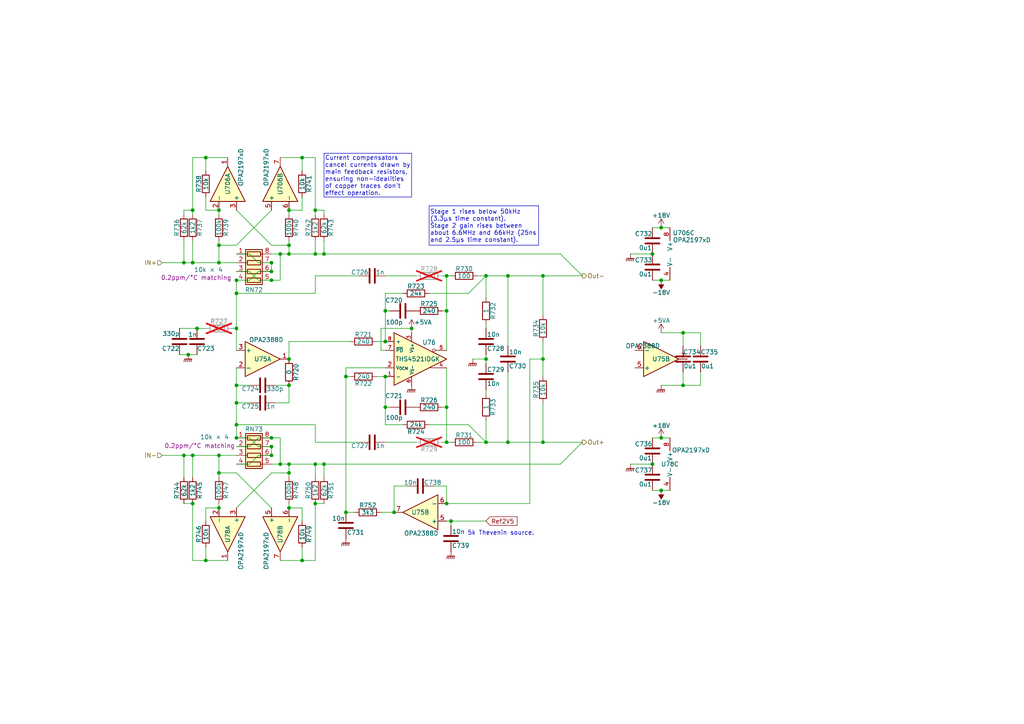
<source format=kicad_sch>
(kicad_sch (version 20250114) (generator "eeschema") (generator_version "9.0")
  (paper "A4")
  (lib_symbols
    (symbol "Amplifier_Difference:THS4521IDGK"
      (property "Reference" "U" (at 0 6.35 0))
      (property "Value" "THS4521IDGK" (at 10.16 -6.35 0))
      (symbol "THS4521IDGK_0_1"
        (polyline (pts (xy 4.4704 -2.54) (xy 2.54 -2.54)))
      )
      (symbol "THS4521IDGK_1_1"
        (polyline (pts (xy -7.62 7.62) (xy -7.62 -7.62) (xy 7.62 0) (xy -7.62 7.62)) (stroke (width 0.254)) (fill (type background)))
        (circle (center 3.937 2.54) (radius 0.4064))
        (pin input line (at -10.16 5.08 0) (length 2.54) (name "+") (number "8"))
        (pin input line (at -10.16 2.54 0) (length 2.54) (name "~{PD}") (number "7"))
        (pin input line (at -10.16 -2.54 0) (length 2.54) (name "V_{OCM}") (number "2"))
        (pin input line (at -10.16 -5.08 0) (length 2.54) (name "-") (number "1"))
        (pin power_in line (at -2.54 7.62 270) (length 2.54) (name "V_{S+}") (number "3"))
        (pin power_in line (at -2.54 -7.62 90) (length 2.54) (name "V_{S-}") (number "6"))
        (pin output line (at 7.62 2.54 180) (length 3.175) (name "") (number "5"))
        (pin output line (at 7.62 -2.54 180) (length 3.175) (name "") (number "4"))
      )
    )
    (symbol "Amplifier_Operational:OPA2197xD" (pin_names (offset 0.127))
      (property "Reference" "U" (at 2.54 6.35 0))
      (property "Value" "OPA2197xD" (at 2.54 3.81 0))
      (symbol "OPA2197xD_1_1"
        (polyline (pts (xy 5.08 0) (xy -5.08 5.08) (xy -5.08 -5.08) (xy 5.08 0)) (stroke (width 0.254)) (fill (type background)))
        (pin input line (at -7.62 2.54 0) (length 2.54) (name "+") (number "3"))
        (pin input line (at -7.62 -2.54 0) (length 2.54) (name "-") (number "2"))
        (pin output line (at 7.62 0 180) (length 2.54) (name "~") (number "1"))
      )
      (symbol "OPA2197xD_2_1"
        (polyline (pts (xy 5.08 0) (xy -5.08 5.08) (xy -5.08 -5.08) (xy 5.08 0)) (stroke (width 0.254)) (fill (type background)))
        (pin input line (at -7.62 2.54 0) (length 2.54) (name "+") (number "5"))
        (pin input line (at -7.62 -2.54 0) (length 2.54) (name "-") (number "6"))
        (pin output line (at 7.62 0 180) (length 2.54) (name "~") (number "7"))
      )
      (symbol "OPA2197xD_3_1"
        (pin power_in line (at 0 7.62 270) (length 3.81) (name "V+") (number "8"))
        (pin power_in line (at 0 -7.62 90) (length 3.81) (name "V-") (number "4"))
      )
    )
    (symbol "Device:C" (pin_numbers (hide yes)) (pin_names (offset 0.254))
      (property "Reference" "C" (at 0.635 2.54 0))
      (property "Value" "C" (at 0.635 -2.54 0))
      (symbol "C_0_1"
        (polyline (pts (xy -2.032 0.762) (xy 2.032 0.762)) (stroke (width 0.508)))
        (polyline (pts (xy -2.032 -0.762) (xy 2.032 -0.762)) (stroke (width 0.508)))
      )
      (symbol "C_1_1"
        (pin passive line (at 0 3.81 270) (length 2.794) (name "~") (number "1"))
        (pin passive line (at 0 -3.81 90) (length 2.794) (name "~") (number "2"))
      )
    )
    (symbol "Device:R" (pin_numbers (hide yes)) (pin_names (offset 0))
      (property "Reference" "R" (at 2.032 0 90))
      (property "Value" "R" (at 0 0 90))
      (symbol "R_0_1"
        (rectangle (start -1.016 -2.54) (end 1.016 2.54) (stroke (width 0.254)))
      )
      (symbol "R_1_1"
        (pin passive line (at 0 3.81 270) (length 1.27) (name "~") (number "1"))
        (pin passive line (at 0 -3.81 90) (length 1.27) (name "~") (number "2"))
      )
    )
    (symbol "Device:R_Pack04" (pin_names (offset 0) (hide yes))
      (property "Reference" "RN" (at -7.62 0 90))
      (property "Value" "R_Pack04" (at 5.08 0 90))
      (symbol "R_Pack04_0_1"
        (rectangle (start -6.35 -2.413) (end 3.81 2.413) (stroke (width 0.254)) (fill (type background)))
        (rectangle (start -5.715 1.905) (end -4.445 -1.905) (stroke (width 0.254)))
        (polyline (pts (xy -5.08 1.905) (xy -5.08 2.54)))
        (polyline (pts (xy -5.08 -2.54) (xy -5.08 -1.905)))
        (rectangle (start -3.175 1.905) (end -1.905 -1.905) (stroke (width 0.254)))
        (polyline (pts (xy -2.54 1.905) (xy -2.54 2.54)))
        (polyline (pts (xy -2.54 -2.54) (xy -2.54 -1.905)))
        (rectangle (start -0.635 1.905) (end 0.635 -1.905) (stroke (width 0.254)))
        (polyline (pts (xy 0 1.905) (xy 0 2.54)))
        (polyline (pts (xy 0 -2.54) (xy 0 -1.905)))
        (rectangle (start 1.905 1.905) (end 3.175 -1.905) (stroke (width 0.254)))
        (polyline (pts (xy 2.54 1.905) (xy 2.54 2.54)))
        (polyline (pts (xy 2.54 -2.54) (xy 2.54 -1.905)))
      )
      (symbol "R_Pack04_1_1"
        (pin passive line (at -5.08 5.08 270) (length 2.54) (name "R1.2") (number "8"))
        (pin passive line (at -5.08 -5.08 90) (length 2.54) (name "R1.1") (number "1"))
        (pin passive line (at -2.54 5.08 270) (length 2.54) (name "R2.2") (number "7"))
        (pin passive line (at -2.54 -5.08 90) (length 2.54) (name "R2.1") (number "2"))
        (pin passive line (at 0 5.08 270) (length 2.54) (name "R3.2") (number "6"))
        (pin passive line (at 0 -5.08 90) (length 2.54) (name "R3.1") (number "3"))
        (pin passive line (at 2.54 5.08 270) (length 2.54) (name "R4.2") (number "5"))
        (pin passive line (at 2.54 -5.08 90) (length 2.54) (name "R4.1") (number "4"))
      )
    )
    (symbol "Parts:+18V" (power) (pin_numbers (hide yes)) (pin_names (offset 0) (hide yes))
      (property "Value" "+18V" (at 0 3.556 0))
      (symbol "+18V_0_1"
        (polyline (pts (xy -0.762 1.27) (xy 0 2.54)))
        (polyline (pts (xy 0 2.54) (xy 0.762 1.27)))
        (polyline (pts (xy 0 0) (xy 0 2.54)))
      )
      (symbol "+18V_1_1"
        (pin power_in line (at 0 0 90) (length 0) (name "~") (number "1"))
      )
    )
    (symbol "Parts:-18V" (power) (pin_numbers (hide yes)) (pin_names (offset 0) (hide yes))
      (property "Value" "-18V" (at 0 -3.556 0))
      (symbol "-18V_0_0"
        (pin power_in line (at 0 0 270) (length 0) (name "~") (number "1"))
      )
      (symbol "-18V_0_1"
        (polyline (pts (xy 0 0) (xy 0 -1.27) (xy -0.762 -1.27) (xy 0 -2.54) (xy 0.762 -1.27) (xy 0 -1.27)) (fill (type outline)))
      )
    )
    (symbol "Parts:OPA2388D" (pin_names (offset 0.127))
      (property "Reference" "U" (at 2.54 6.35 0))
      (property "Value" "OPA2388D" (at 2.54 3.81 0))
      (symbol "OPA2388D_1_1"
        (polyline (pts (xy 5.08 0) (xy -5.08 5.08) (xy -5.08 -5.08) (xy 5.08 0)) (stroke (width 0.254)) (fill (type background)))
        (pin input line (at -7.62 2.54 0) (length 2.54) (name "+") (number "3"))
        (pin input line (at -7.62 -2.54 0) (length 2.54) (name "-") (number "2"))
        (pin output line (at 7.62 0 180) (length 2.54) (name "~") (number "1"))
      )
      (symbol "OPA2388D_2_1"
        (polyline (pts (xy 5.08 0) (xy -5.08 5.08) (xy -5.08 -5.08) (xy 5.08 0)) (stroke (width 0.254)) (fill (type background)))
        (pin input line (at -7.62 2.54 0) (length 2.54) (name "+") (number "5"))
        (pin input line (at -7.62 -2.54 0) (length 2.54) (name "-") (number "6"))
        (pin output line (at 7.62 0 180) (length 2.54) (name "~") (number "7"))
      )
      (symbol "OPA2388D_3_1"
        (pin power_in line (at 0 7.62 270) (length 3.81) (name "V+") (number "8"))
        (pin power_in line (at 0 -7.62 90) (length 3.81) (name "V-") (number "4"))
      )
    )
    (symbol "power:+5VA" (power) (pin_numbers (hide yes)) (pin_names (offset 0) (hide yes))
      (property "Value" "+5VA" (at 0 3.556 0))
      (symbol "+5VA_0_1"
        (polyline (pts (xy -0.762 1.27) (xy 0 2.54)))
        (polyline (pts (xy 0 2.54) (xy 0.762 1.27)))
        (polyline (pts (xy 0 0) (xy 0 2.54)))
      )
      (symbol "+5VA_1_1"
        (pin power_in line (at 0 0 90) (length 0) (name "~") (number "1"))
      )
    )
    (symbol "power:GNDPWR" (power) (pin_numbers (hide yes)) (pin_names (offset 0) (hide yes))
      (property "Value" "GNDPWR" (at 0 -3.302 0))
      (symbol "GNDPWR_0_1"
        (polyline (pts (xy -1.016 -1.27) (xy -1.27 -2.032) (xy -1.27 -2.032)) (stroke (width 0.2032)))
        (polyline (pts (xy -0.508 -1.27) (xy -0.762 -2.032) (xy -0.762 -2.032)) (stroke (width 0.2032)))
        (polyline (pts (xy 0 -1.27) (xy 0 0)))
        (polyline (pts (xy 0 -1.27) (xy -0.254 -2.032) (xy -0.254 -2.032)) (stroke (width 0.2032)))
        (polyline (pts (xy 0.508 -1.27) (xy 0.254 -2.032) (xy 0.254 -2.032)) (stroke (width 0.2032)))
        (polyline (pts (xy 1.016 -1.27) (xy -1.016 -1.27) (xy -1.016 -1.27)) (stroke (width 0.2032)))
        (polyline (pts (xy 1.016 -1.27) (xy 0.762 -2.032) (xy 0.762 -2.032) (xy 0.762 -2.032)) (stroke (width 0.2032)))
      )
      (symbol "GNDPWR_1_1"
        (pin power_in line (at 0 0 270) (length 0) (name "~") (number "1"))
      )
    )
  )
  (text "5k Thevenin source." (at 145.288 154.686 0) (effects (font (size 1.27 1.27))))
  (text_box "Current compensators cancel currents drawn by main feedback resistors, ensuring non-idealities of copper traces don't effect operation." (at 93.98 44.45 0) (size 25.3999 12.7) (margins 0.254 0.254 0.254 0.254) (effects (font (size 1.27 1.27)) (justify left)))
  (text_box "Stage 1 rises below 50kHz (3.3µs time constant).\nStage 2 gain rises between about 6.6MHz and 66kHz (25ns and 2.5µs time constant)." (at 124.46 59.69 0) (size 31.7499 11.43) (margins 0.254 0.254 0.254 0.254) (effects (font (size 1.27 1.27)) (justify left)))
  (junction (at 59.69 45.72))
  (junction (at 157.48 104.14))
  (junction (at 100.33 148.59))
  (junction (at 63.5 60.96))
  (junction (at 191.77 142.24))
  (junction (at 91.44 73.66))
  (junction (at 129.54 118.11))
  (junction (at 55.88 60.96))
  (junction (at 68.58 85.09))
  (junction (at 189.23 73.66))
  (junction (at 83.82 111.76))
  (junction (at 114.3 148.59))
  (junction (at 111.76 118.11))
  (junction (at 198.12 111.76))
  (junction (at 83.82 71.12))
  (junction (at 63.5 132.08))
  (junction (at 111.76 99.06))
  (junction (at 78.74 76.2))
  (junction (at 78.74 78.74))
  (junction (at 130.81 151.13))
  (junction (at 63.5 71.12))
  (junction (at 78.74 127))
  (junction (at 78.74 132.08))
  (junction (at 87.63 162.56))
  (junction (at 59.69 162.56))
  (junction (at 191.77 66.04))
  (junction (at 83.82 73.66))
  (junction (at 129.54 90.17))
  (junction (at 147.32 80.01))
  (junction (at 119.38 95.25))
  (junction (at 63.5 137.16))
  (junction (at 57.15 95.25))
  (junction (at 157.48 80.01))
  (junction (at 81.28 73.66))
  (junction (at 140.97 80.01))
  (junction (at 157.48 128.27))
  (junction (at 55.88 76.2))
  (junction (at 68.58 81.28))
  (junction (at 63.5 76.2))
  (junction (at 83.82 134.62))
  (junction (at 63.5 147.32))
  (junction (at 140.97 104.14))
  (junction (at 91.44 134.62))
  (junction (at 83.82 147.32))
  (junction (at 83.82 60.96))
  (junction (at 55.88 146.05))
  (junction (at 198.12 96.52))
  (junction (at 129.54 146.05))
  (junction (at 111.76 109.22))
  (junction (at 55.88 132.08))
  (junction (at 78.74 81.28))
  (junction (at 87.63 45.72))
  (junction (at 78.74 129.54))
  (junction (at 147.32 128.27))
  (junction (at 68.58 95.25))
  (junction (at 54.61 102.87))
  (junction (at 53.34 76.2))
  (junction (at 83.82 104.14))
  (junction (at 53.34 132.08))
  (junction (at 129.54 128.27))
  (junction (at 91.44 146.05))
  (junction (at 140.97 128.27))
  (junction (at 81.28 134.62))
  (junction (at 191.77 81.28))
  (junction (at 91.44 60.96))
  (junction (at 111.76 90.17))
  (junction (at 68.58 116.84))
  (junction (at 68.58 127))
  (junction (at 100.33 109.22))
  (junction (at 83.82 137.16))
  (junction (at 191.77 127))
  (junction (at 93.98 73.66))
  (junction (at 68.58 111.76))
  (junction (at 68.58 123.19))
  (junction (at 189.23 134.62))
  (junction (at 129.54 80.01))
  (junction (at 93.98 134.62))
  (wire (pts (xy 68.58 95.25) (xy 68.58 101.6)))
  (wire (pts (xy 189.23 142.24) (xy 191.77 142.24)))
  (wire (pts (xy 118.11 140.97) (xy 114.3 140.97)))
  (wire (pts (xy 140.97 80.01) (xy 147.32 80.01)))
  (wire (pts (xy 162.56 134.62) (xy 168.91 128.27)))
  (wire (pts (xy 68.58 85.09) (xy 68.58 95.25)))
  (wire (pts (xy 111.76 128.27) (xy 120.65 128.27)))
  (wire (pts (xy 189.23 127) (xy 191.77 127)))
  (wire (pts (xy 83.82 73.66) (xy 91.44 73.66)))
  (wire (pts (xy 93.98 69.85) (xy 93.98 73.66)))
  (wire (pts (xy 147.32 80.01) (xy 157.48 80.01)))
  (wire (pts (xy 59.69 151.13) (xy 59.69 147.32)))
  (wire (pts (xy 74.93 81.28) (xy 72.39 78.74)))
  (wire (pts (xy 113.03 118.11) (xy 111.76 118.11)))
  (wire (pts (xy 93.98 134.62) (xy 162.56 134.62)))
  (wire (pts (xy 111.76 118.11) (xy 111.76 123.19)))
  (wire (pts (xy 130.81 151.13) (xy 140.97 151.13)))
  (wire (pts (xy 81.28 134.62) (xy 83.82 134.62)))
  (wire (pts (xy 111.76 106.68) (xy 100.33 106.68)))
  (wire (pts (xy 93.98 73.66) (xy 162.56 73.66)))
  (wire (pts (xy 68.58 106.68) (xy 68.58 111.76)))
  (wire (pts (xy 68.58 78.74) (xy 72.39 78.74)))
  (wire (pts (xy 125.73 140.97) (xy 129.54 140.97)))
  (wire (pts (xy 191.77 127) (xy 194.31 127)))
  (wire (pts (xy 111.76 85.09) (xy 111.76 90.17)))
  (wire (pts (xy 138.43 128.27) (xy 140.97 128.27)))
  (wire (pts (xy 63.5 69.85) (xy 63.5 71.12)))
  (wire (pts (xy 83.82 60.96) (xy 83.82 62.23)))
  (wire (pts (xy 53.34 62.23) (xy 53.34 60.96)))
  (wire (pts (xy 162.56 73.66) (xy 168.91 80.01)))
  (wire (pts (xy 83.82 134.62) (xy 83.82 137.16)))
  (wire (pts (xy 157.48 128.27) (xy 168.91 128.27)))
  (wire (pts (xy 59.69 162.56) (xy 66.04 162.56)))
  (wire (pts (xy 81.28 162.56) (xy 87.63 162.56)))
  (wire (pts (xy 111.76 90.17) (xy 113.03 90.17)))
  (wire (pts (xy 157.48 116.84) (xy 157.48 128.27)))
  (wire (pts (xy 55.88 162.56) (xy 59.69 162.56)))
  (wire (pts (xy 68.58 123.19) (xy 68.58 127)))
  (wire (pts (xy 63.5 132.08) (xy 68.58 132.08)))
  (wire (pts (xy 52.07 95.25) (xy 57.15 95.25)))
  (wire (pts (xy 124.46 85.09) (xy 135.89 85.09)))
  (wire (pts (xy 83.82 104.14) (xy 83.82 99.06)))
  (wire (pts (xy 140.97 105.41) (xy 140.97 104.14)))
  (wire (pts (xy 93.98 60.96) (xy 91.44 60.96)))
  (wire (pts (xy 68.58 81.28) (xy 68.58 85.09)))
  (wire (pts (xy 129.54 128.27) (xy 130.81 128.27)))
  (wire (pts (xy 111.76 90.17) (xy 111.76 99.06)))
  (wire (pts (xy 83.82 99.06) (xy 101.6 99.06)))
  (wire (pts (xy 91.44 128.27) (xy 104.14 128.27)))
  (wire (pts (xy 140.97 80.01) (xy 135.89 85.09)))
  (wire (pts (xy 91.44 80.01) (xy 104.14 80.01)))
  (wire (pts (xy 110.49 95.25) (xy 119.38 95.25)))
  (wire (pts (xy 203.2 100.33) (xy 203.2 96.52)))
  (wire (pts (xy 53.34 60.96) (xy 55.88 60.96)))
  (wire (pts (xy 111.76 101.6) (xy 110.49 101.6)))
  (wire (pts (xy 91.44 80.01) (xy 91.44 85.09)))
  (wire (pts (xy 191.77 66.04) (xy 194.31 66.04)))
  (wire (pts (xy 63.5 71.12) (xy 63.5 76.2)))
  (wire (pts (xy 87.63 45.72) (xy 91.44 45.72)))
  (wire (pts (xy 87.63 151.13) (xy 87.63 147.32)))
  (wire (pts (xy 189.23 66.04) (xy 191.77 66.04)))
  (wire (pts (xy 55.88 60.96) (xy 55.88 45.72)))
  (wire (pts (xy 140.97 121.92) (xy 140.97 128.27)))
  (wire (pts (xy 124.46 123.19) (xy 135.89 123.19)))
  (wire (pts (xy 68.58 127) (xy 72.39 127)))
  (wire (pts (xy 128.27 80.01) (xy 129.54 80.01)))
  (wire (pts (xy 198.12 96.52) (xy 198.12 100.33)))
  (wire (pts (xy 78.74 132.08) (xy 78.74 129.54)))
  (wire (pts (xy 91.44 73.66) (xy 93.98 73.66)))
  (wire (pts (xy 78.74 71.12) (xy 83.82 71.12)))
  (wire (pts (xy 53.34 132.08) (xy 55.88 132.08)))
  (wire (pts (xy 83.82 137.16) (xy 83.82 138.43)))
  (wire (pts (xy 68.58 71.12) (xy 78.74 60.96)))
  (wire (pts (xy 57.15 95.25) (xy 59.69 95.25)))
  (wire (pts (xy 110.49 148.59) (xy 114.3 148.59)))
  (wire (pts (xy 114.3 140.97) (xy 114.3 148.59)))
  (wire (pts (xy 137.16 104.14) (xy 140.97 104.14)))
  (wire (pts (xy 140.97 104.14) (xy 140.97 102.87)))
  (wire (pts (xy 81.28 134.62) (xy 81.28 127)))
  (wire (pts (xy 109.22 109.22) (xy 111.76 109.22)))
  (wire (pts (xy 130.81 152.4) (xy 130.81 151.13)))
  (wire (pts (xy 68.58 134.62) (xy 72.39 134.62)))
  (wire (pts (xy 87.63 57.15) (xy 87.63 60.96)))
  (wire (pts (xy 59.69 147.32) (xy 63.5 147.32)))
  (wire (pts (xy 198.12 96.52) (xy 191.77 96.52)))
  (wire (pts (xy 52.07 102.87) (xy 54.61 102.87)))
  (wire (pts (xy 78.74 137.16) (xy 83.82 137.16)))
  (wire (pts (xy 59.69 49.53) (xy 59.69 45.72)))
  (wire (pts (xy 93.98 62.23) (xy 93.98 60.96)))
  (wire (pts (xy 140.97 128.27) (xy 147.32 128.27)))
  (wire (pts (xy 189.23 73.66) (xy 182.88 73.66)))
  (wire (pts (xy 63.5 76.2) (xy 68.58 76.2)))
  (wire (pts (xy 203.2 107.95) (xy 203.2 111.76)))
  (wire (pts (xy 78.74 132.08) (xy 74.93 132.08)))
  (wire (pts (xy 46.99 132.08) (xy 53.34 132.08)))
  (wire (pts (xy 189.23 81.28) (xy 191.77 81.28)))
  (wire (pts (xy 91.44 69.85) (xy 91.44 73.66)))
  (wire (pts (xy 129.54 90.17) (xy 129.54 101.6)))
  (wire (pts (xy 93.98 134.62) (xy 93.98 138.43)))
  (wire (pts (xy 81.28 45.72) (xy 87.63 45.72)))
  (wire (pts (xy 91.44 134.62) (xy 93.98 134.62)))
  (wire (pts (xy 140.97 128.27) (xy 135.89 123.19)))
  (wire (pts (xy 53.34 132.08) (xy 53.34 138.43)))
  (wire (pts (xy 55.88 62.23) (xy 55.88 60.96)))
  (wire (pts (xy 83.82 134.62) (xy 91.44 134.62)))
  (wire (pts (xy 55.88 76.2) (xy 63.5 76.2)))
  (wire (pts (xy 87.63 162.56) (xy 91.44 162.56)))
  (wire (pts (xy 81.28 73.66) (xy 83.82 73.66)))
  (wire (pts (xy 100.33 109.22) (xy 100.33 148.59)))
  (wire (pts (xy 110.49 95.25) (xy 110.49 101.6)))
  (wire (pts (xy 83.82 60.96) (xy 87.63 60.96)))
  (wire (pts (xy 74.93 132.08) (xy 72.39 134.62)))
  (wire (pts (xy 78.74 134.62) (xy 81.28 134.62)))
  (wire (pts (xy 128.27 128.27) (xy 129.54 128.27)))
  (wire (pts (xy 78.74 127) (xy 81.28 127)))
  (wire (pts (xy 67.31 95.25) (xy 68.58 95.25)))
  (wire (pts (xy 129.54 140.97) (xy 129.54 146.05)))
  (wire (pts (xy 78.74 73.66) (xy 81.28 73.66)))
  (wire (pts (xy 55.88 132.08) (xy 63.5 132.08)))
  (wire (pts (xy 83.82 147.32) (xy 83.82 146.05)))
  (wire (pts (xy 74.93 76.2) (xy 72.39 73.66)))
  (wire (pts (xy 198.12 107.95) (xy 198.12 111.76)))
  (wire (pts (xy 138.43 80.01) (xy 140.97 80.01)))
  (wire (pts (xy 83.82 147.32) (xy 87.63 147.32)))
  (wire (pts (xy 55.88 132.08) (xy 55.88 138.43)))
  (wire (pts (xy 72.39 81.28) (xy 74.93 78.74)))
  (wire (pts (xy 91.44 45.72) (xy 91.44 60.96)))
  (wire (pts (xy 157.48 104.14) (xy 157.48 109.22)))
  (wire (pts (xy 147.32 80.01) (xy 147.32 100.33)))
  (wire (pts (xy 91.44 60.96) (xy 91.44 62.23)))
  (wire (pts (xy 55.88 45.72) (xy 59.69 45.72)))
  (wire (pts (xy 68.58 111.76) (xy 72.39 111.76)))
  (wire (pts (xy 111.76 118.11) (xy 111.76 109.22)))
  (wire (pts (xy 53.34 69.85) (xy 53.34 76.2)))
  (wire (pts (xy 83.82 69.85) (xy 83.82 71.12)))
  (wire (pts (xy 129.54 80.01) (xy 130.81 80.01)))
  (wire (pts (xy 111.76 123.19) (xy 116.84 123.19)))
  (wire (pts (xy 87.63 162.56) (xy 87.63 158.75)))
  (wire (pts (xy 78.74 76.2) (xy 78.74 78.74)))
  (wire (pts (xy 55.88 146.05) (xy 55.88 162.56)))
  (wire (pts (xy 54.61 102.87) (xy 57.15 102.87)))
  (wire (pts (xy 78.74 71.12) (xy 68.58 60.96)))
  (wire (pts (xy 203.2 111.76) (xy 198.12 111.76)))
  (wire (pts (xy 129.54 151.13) (xy 130.81 151.13)))
  (wire (pts (xy 55.88 69.85) (xy 55.88 76.2)))
  (wire (pts (xy 119.38 95.25) (xy 119.38 96.52)))
  (wire (pts (xy 74.93 127) (xy 78.74 127)))
  (wire (pts (xy 63.5 137.16) (xy 63.5 138.43)))
  (wire (pts (xy 111.76 80.01) (xy 120.65 80.01)))
  (wire (pts (xy 140.97 80.01) (xy 140.97 86.36)))
  (wire (pts (xy 91.44 146.05) (xy 93.98 146.05)))
  (wire (pts (xy 68.58 73.66) (xy 72.39 73.66)))
  (wire (pts (xy 68.58 111.76) (xy 68.58 116.84)))
  (wire (pts (xy 59.69 158.75) (xy 59.69 162.56)))
  (wire (pts (xy 87.63 45.72) (xy 87.63 49.53)))
  (wire (pts (xy 63.5 62.23) (xy 63.5 60.96)))
  (wire (pts (xy 129.54 80.01) (xy 129.54 90.17)))
  (wire (pts (xy 78.74 147.32) (xy 68.58 137.16)))
  (wire (pts (xy 63.5 137.16) (xy 68.58 137.16)))
  (wire (pts (xy 80.01 111.76) (xy 83.82 111.76)))
  (wire (pts (xy 189.23 134.62) (xy 182.88 134.62)))
  (wire (pts (xy 157.48 80.01) (xy 157.48 91.44)))
  (wire (pts (xy 63.5 146.05) (xy 63.5 147.32)))
  (wire (pts (xy 83.82 71.12) (xy 83.82 73.66)))
  (wire (pts (xy 81.28 73.66) (xy 81.28 81.28)))
  (wire (pts (xy 128.27 118.11) (xy 129.54 118.11)))
  (wire (pts (xy 74.93 127) (xy 72.39 129.54)))
  (wire (pts (xy 91.44 123.19) (xy 68.58 123.19)))
  (wire (pts (xy 191.77 81.28) (xy 194.31 81.28)))
  (wire (pts (xy 91.44 128.27) (xy 91.44 123.19)))
  (wire (pts (xy 198.12 111.76) (xy 191.77 111.76)))
  (wire (pts (xy 129.54 146.05) (xy 153.67 146.05)))
  (wire (pts (xy 91.44 162.56) (xy 91.44 146.05)))
  (wire (pts (xy 203.2 96.52) (xy 198.12 96.52)))
  (wire (pts (xy 63.5 71.12) (xy 68.58 71.12)))
  (wire (pts (xy 74.93 81.28) (xy 78.74 81.28)))
  (wire (pts (xy 100.33 106.68) (xy 100.33 109.22)))
  (wire (pts (xy 100.33 109.22) (xy 101.6 109.22)))
  (wire (pts (xy 147.32 128.27) (xy 157.48 128.27)))
  (wire (pts (xy 91.44 134.62) (xy 91.44 138.43)))
  (wire (pts (xy 129.54 118.11) (xy 129.54 128.27)))
  (wire (pts (xy 78.74 81.28) (xy 81.28 81.28)))
  (wire (pts (xy 68.58 129.54) (xy 72.39 129.54)))
  (wire (pts (xy 109.22 99.06) (xy 111.76 99.06)))
  (wire (pts (xy 59.69 45.72) (xy 66.04 45.72)))
  (wire (pts (xy 68.58 85.09) (xy 91.44 85.09)))
  (wire (pts (xy 129.54 106.68) (xy 129.54 118.11)))
  (wire (pts (xy 59.69 60.96) (xy 63.5 60.96)))
  (wire (pts (xy 68.58 147.32) (xy 78.74 137.16)))
  (wire (pts (xy 78.74 76.2) (xy 74.93 76.2)))
  (wire (pts (xy 74.93 129.54) (xy 78.74 129.54)))
  (wire (pts (xy 72.39 127) (xy 74.93 129.54)))
  (wire (pts (xy 53.34 146.05) (xy 55.88 146.05)))
  (wire (pts (xy 140.97 114.3) (xy 140.97 113.03)))
  (wire (pts (xy 191.77 142.24) (xy 194.31 142.24)))
  (wire (pts (xy 147.32 107.95) (xy 147.32 128.27)))
  (wire (pts (xy 153.67 104.14) (xy 157.48 104.14)))
  (wire (pts (xy 68.58 116.84) (xy 68.58 123.19)))
  (wire (pts (xy 68.58 81.28) (xy 72.39 81.28)))
  (wire (pts (xy 80.01 116.84) (xy 83.82 116.84)))
  (wire (pts (xy 157.48 99.06) (xy 157.48 104.14)))
  (wire (pts (xy 153.67 104.14) (xy 153.67 146.05)))
  (wire (pts (xy 83.82 116.84) (xy 83.82 111.76)))
  (wire (pts (xy 111.76 85.09) (xy 116.84 85.09)))
  (wire (pts (xy 140.97 93.98) (xy 140.97 95.25)))
  (wire (pts (xy 68.58 116.84) (xy 72.39 116.84)))
  (wire (pts (xy 100.33 148.59) (xy 102.87 148.59)))
  (wire (pts (xy 46.99 76.2) (xy 53.34 76.2)))
  (wire (pts (xy 128.27 90.17) (xy 129.54 90.17)))
  (wire (pts (xy 157.48 80.01) (xy 168.91 80.01)))
  (wire (pts (xy 63.5 132.08) (xy 63.5 137.16)))
  (wire (pts (xy 74.93 78.74) (xy 78.74 78.74)))
  (wire (pts (xy 53.34 76.2) (xy 55.88 76.2)))
  (wire (pts (xy 59.69 57.15) (xy 59.69 60.96)))
  (global_label "Ref2V5" (shape input) (at 140.97 151.13 0) (property "Intersheetrefs" "${INTERSHEET_REFS}" (effects (hide yes))))
  (hierarchical_label "IN-" (shape input) (at 46.99 132.08 180))
  (hierarchical_label "Out-" (shape output) (at 168.91 80.01 0))
  (hierarchical_label "Out+" (shape output) (at 168.91 128.27 0))
  (hierarchical_label "IN+" (shape input) (at 46.99 76.2 180))
  (symbol (lib_id "Device:R") (at 55.88 66.04 0) (unit 1)
    (property "Reference" "R737" (at 57.912 66.04 90))
    (property "Value" "1k2" (at 55.88 66.04 90))
    (property "Footprint" "Resistor_SMD:R_0402_1005Metric" (effects (hide yes)))
    (property "Description" "Resistor" (effects (hide yes)))
    (property "LCSC" "C25862" (effects (hide yes)))
  )
  (symbol (lib_id "Amplifier_Operational:OPA2197xD") (at 194.31 73.66 0) (unit 3) (in_bom no)
    (property "Reference" "U706" (at 195.072 67.564 0) (effects (justify left)))
    (property "Value" "OPA2197xD" (at 200.66 69.596 0))
    (property "Footprint" "Package_SO:SOIC-8_3.9x4.9mm_P1.27mm" (effects (hide yes)))
    (property "Datasheet" "http://www.ti.com/lit/ds/symlink/opa2197.pdf" (effects (hide yes)))
    (property "Description" "Dual 36V, Precision, Rail-to-Rail Input/Output, Low Offset Voltage, Operational Amplifier, SOIC-8" (effects (hide yes)))
    (property "LCSC" "C139363" (effects (hide yes)))
  )
  (symbol (lib_id "Amplifier_Operational:OPA2197xD") (at 66.04 154.94 270) (unit 1) (in_bom no)
    (property "Reference" "U707" (at 66.04 154.94 0))
    (property "Value" "OPA2197xD" (at 69.85 159.766 0))
    (property "Footprint" "Package_SO:SOIC-8_3.9x4.9mm_P1.27mm" (effects (hide yes)))
    (property "Datasheet" "http://www.ti.com/lit/ds/symlink/opa2197.pdf" (effects (hide yes)))
    (property "Description" "Dual 36V, Precision, Rail-to-Rail Input/Output, Low Offset Voltage, Operational Amplifier, SOIC-8" (effects (hide yes)))
    (property "LCSC" "C139363" (effects (hide yes)))
    (instances (project "" (path "" (reference "U78") (unit 1))) (project "lincal" (path "" (reference "U707") (unit 1))))
  )
  (symbol (lib_id "Device:R") (at 63.5 142.24 0) (mirror x) (unit 1)
    (property "Reference" "R747" (at 65.532 142.24 90))
    (property "Value" "100k" (at 63.5 142.24 90))
    (property "Footprint" "Resistor_SMD:R_0402_1005Metric" (effects (hide yes)))
    (property "Description" "Resistor" (effects (hide yes)))
    (property "LCSC" "C25741" (effects (hide yes)))
  )
  (symbol (lib_id "Device:C") (at 121.92 140.97 90) (unit 1)
    (property "Reference" "C738" (at 122.936 139.954 90) (effects (justify right)))
    (property "Value" "10n" (at 120.904 139.954 90) (effects (justify left)))
    (property "Footprint" "Capacitor_SMD:C_0603_1608Metric" (effects (hide yes)))
    (property "Datasheet" "25V" (effects (hide yes)))
    (property "Description" "Unpolarized capacitor" (effects (hide yes)))
    (property "LCSC" "C307500" (effects (hide yes)))
  )
  (symbol (lib_id "Device:R") (at 87.63 154.94 0) (mirror x) (unit 1)
    (property "Reference" "R749" (at 89.662 154.94 90))
    (property "Value" "10k" (at 87.63 154.94 90))
    (property "Footprint" "Resistor_SMD:R_0402_1005Metric" (effects (hide yes)))
    (property "Description" "Resistor" (effects (hide yes)))
    (property "LCSC" "C25744" (effects (hide yes)))
  )
  (symbol (lib_id "Device:R") (at 87.63 53.34 0) (unit 1)
    (property "Reference" "R741" (at 89.662 53.34 90))
    (property "Value" "10k" (at 87.63 53.34 90))
    (property "Footprint" "Resistor_SMD:R_0402_1005Metric" (effects (hide yes)))
    (property "Description" "Resistor" (effects (hide yes)))
    (property "LCSC" "C25744" (effects (hide yes)))
  )
  (symbol (lib_id "Amplifier_Operational:OPA2197xD") (at 66.04 53.34 270) (mirror x) (unit 1) (in_bom no)
    (property "Reference" "U706" (at 66.04 53.34 0))
    (property "Value" "OPA2197xD" (at 69.85 48.514 0))
    (property "Footprint" "Package_SO:SOIC-8_3.9x4.9mm_P1.27mm" (effects (hide yes)))
    (property "Datasheet" "http://www.ti.com/lit/ds/symlink/opa2197.pdf" (effects (hide yes)))
    (property "Description" "Dual 36V, Precision, Rail-to-Rail Input/Output, Low Offset Voltage, Operational Amplifier, SOIC-8" (effects (hide yes)))
    (property "LCSC" "C139363" (effects (hide yes)))
  )
  (symbol (lib_id "power:+5VA") (at 191.77 96.52 0) (unit 1)
    (property "Reference" "#PWR067" (effects (hide yes)))
    (property "Value" "+5VA" (at 191.77 92.964 0))
    (property "Description" "Power symbol creates a global label with name \"+5VA\"" (effects (hide yes)))
  )
  (symbol (lib_id "Device:C") (at 189.23 138.43 0) (mirror y) (unit 1)
    (property "Reference" "C737" (at 189.23 136.398 0) (effects (justify left)))
    (property "Value" "0u1" (at 189.103 140.462 0) (effects (justify left)))
    (property "Footprint" "Capacitor_SMD:C_0402_1005Metric" (effects (hide yes)))
    (property "Datasheet" "50V" (effects (hide yes)))
    (property "Description" "Unpolarized capacitor" (effects (hide yes)))
    (property "LCSC" "C307331" (effects (hide yes)))
  )
  (symbol (lib_id "Device:R") (at 53.34 66.04 0) (mirror y) (unit 1)
    (property "Reference" "R736" (at 51.308 66.04 90))
    (property "Value" "62k" (at 53.34 66.04 90))
    (property "Footprint" "Resistor_SMD:R_0603_1608Metric" (effects (hide yes)))
    (property "Description" "Resistor" (effects (hide yes)))
    (property "LCSC" "C23221" (effects (hide yes)))
  )
  (symbol (lib_id "Device:R") (at 157.48 95.25 0) (mirror y) (unit 1) (in_bom no)
    (property "Reference" "R734" (at 155.448 95.25 90))
    (property "Value" "10k" (at 157.48 95.25 90))
    (property "Footprint" "Resistor_SMD:R_0402_1005Metric_Pad0.72x0.64mm_HandSolder" (effects (hide yes)))
    (property "Datasheet" "0.1%, 10ppm/°C" (effects (hide yes)))
    (property "Description" "Resistor" (effects (hide yes)))
  )
  (symbol (lib_id "Device:C") (at 57.15 99.06 0) (unit 1) (in_bom no)
    (property "Reference" "C723" (at 57.15 101.092 0) (effects (justify left)))
    (property "Value" "1n" (at 57.15 97.028 0) (effects (justify right)))
    (property "Footprint" "Capacitor_SMD:C_0603_1608Metric" (effects (hide yes)))
    (property "Datasheet" "C0G, 50V" (effects (hide yes)))
    (property "Description" "Unpolarized capacitor" (effects (hide yes)))
  )
  (symbol (lib_id "Device:C") (at 107.95 128.27 270) (unit 1) (in_bom no)
    (property "Reference" "C727" (at 106.934 129.286 90) (effects (justify right)))
    (property "Value" "1n" (at 108.966 129.286 90) (effects (justify left)))
    (property "Footprint" "Capacitor_SMD:C_0603_1608Metric" (effects (hide yes)))
    (property "Datasheet" "C0G, 50V" (effects (hide yes)))
    (property "Description" "Unpolarized capacitor" (effects (hide yes)))
  )
  (symbol (lib_id "Device:C") (at 189.23 130.81 0) (mirror y) (unit 1)
    (property "Reference" "C736" (at 189.23 128.778 0) (effects (justify left)))
    (property "Value" "0u1" (at 189.103 132.842 0) (effects (justify left)))
    (property "Footprint" "Capacitor_SMD:C_0402_1005Metric" (effects (hide yes)))
    (property "Datasheet" "50V" (effects (hide yes)))
    (property "Description" "Unpolarized capacitor" (effects (hide yes)))
    (property "LCSC" "C307331" (effects (hide yes)))
  )
  (symbol (lib_id "power:GNDPWR") (at 100.33 156.21 0) (unit 1)
    (property "Reference" "#PWR046" (effects (hide yes)))
    (property "Value" "GNDPWR" (effects (hide yes)))
    (property "Description" "Power symbol creates a global label with name \"GNDPWR\" , global ground" (effects (hide yes)))
  )
  (symbol (lib_id "Device:R") (at 83.82 142.24 0) (mirror x) (unit 1)
    (property "Reference" "R748" (at 85.852 142.24 90))
    (property "Value" "100k" (at 83.82 142.24 90))
    (property "Footprint" "Resistor_SMD:R_0402_1005Metric" (effects (hide yes)))
    (property "Description" "Resistor" (effects (hide yes)))
    (property "LCSC" "C25741" (effects (hide yes)))
  )
  (symbol (lib_id "Parts:OPA2388D") (at 121.92 148.59 180) (unit 2)
    (property "Reference" "U73" (at 121.92 148.59 0))
    (property "Value" "OPA2388D" (at 122.174 154.686 0))
    (property "Footprint" "Package_SO:SOIC-8_3.9x4.9mm_P1.27mm" (effects (hide yes)))
    (property "Datasheet" "http://www.ti.com/lit/ds/symlink/opa2388.pdf" (effects (hide yes)))
    (property "Description" "Dual 5V, Precision, Rail-to-Rail Input/Output, Zero-drift, Operational Amplifier, SOIC-8" (effects (hide yes)))
    (property "LCSC" "C1517414" (effects (hide yes)))
    (instances (project "" (path "" (reference "U75") (unit 2))) (project "lincal" (path "" (reference "U73") (unit 2))))
  )
  (symbol (lib_id "Device:R") (at 157.48 113.03 0) (mirror y) (unit 1) (in_bom no)
    (property "Reference" "R735" (at 155.448 113.03 90))
    (property "Value" "10k" (at 157.48 113.03 90))
    (property "Footprint" "Resistor_SMD:R_0402_1005Metric_Pad0.72x0.64mm_HandSolder" (effects (hide yes)))
    (property "Datasheet" "0.1%, 10ppm/°C" (effects (hide yes)))
    (property "Description" "Resistor" (effects (hide yes)))
  )
  (symbol (lib_id "Device:R") (at 140.97 118.11 0) (unit 1)
    (property "Reference" "R733" (at 143.002 118.11 90))
    (property "Value" "1" (at 140.97 118.11 90))
    (property "Footprint" "Resistor_SMD:R_0603_1608Metric" (effects (hide yes)))
    (property "Description" "Resistor" (effects (hide yes)))
    (property "LCSC" "C22936" (effects (hide yes)))
  )
  (symbol (lib_id "power:GNDPWR") (at 119.38 111.76 0) (unit 1)
    (property "Reference" "#PWR079" (effects (hide yes)))
    (property "Value" "GNDPWR" (effects (hide yes)))
    (property "Description" "Power symbol creates a global label with name \"GNDPWR\" , global ground" (effects (hide yes)))
  )
  (symbol (lib_id "Device:R") (at 134.62 128.27 270) (mirror x) (unit 1)
    (property "Reference" "R731" (at 134.62 126.238 90))
    (property "Value" "100" (at 134.62 128.27 90))
    (property "Footprint" "Resistor_SMD:R_0402_1005Metric" (effects (hide yes)))
    (property "Description" "Resistor" (effects (hide yes)))
    (property "LCSC" "C25076" (effects (hide yes)))
  )
  (symbol (lib_id "Device:C") (at 203.2 104.14 0) (unit 1)
    (property "Reference" "C735" (at 203.2 102.108 0) (effects (justify left)))
    (property "Value" "0u1" (at 203.327 106.172 0) (effects (justify left)))
    (property "Footprint" "Capacitor_SMD:C_0402_1005Metric" (effects (hide yes)))
    (property "Datasheet" "50V" (effects (hide yes)))
    (property "Description" "Unpolarized capacitor" (effects (hide yes)))
    (property "LCSC" "C307331" (effects (hide yes)))
  )
  (symbol (lib_id "Device:R") (at 124.46 90.17 270) (mirror x) (unit 1)
    (property "Reference" "R725" (at 124.46 88.138 90))
    (property "Value" "240" (at 124.46 90.17 90))
    (property "Footprint" "Resistor_SMD:R_0603_1608Metric" (effects (hide yes)))
    (property "Description" "Resistor" (effects (hide yes)))
    (property "LCSC" "C23350" (effects (hide yes)))
  )
  (symbol (lib_id "Device:R") (at 93.98 142.24 0) (mirror x) (unit 1)
    (property "Reference" "R751" (at 96.012 142.24 90))
    (property "Value" "62k" (at 93.98 142.24 90))
    (property "Footprint" "Resistor_SMD:R_0603_1608Metric" (effects (hide yes)))
    (property "Description" "Resistor" (effects (hide yes)))
    (property "LCSC" "C23221" (effects (hide yes)))
  )
  (symbol (lib_id "Device:C") (at 198.12 104.14 0) (unit 1)
    (property "Reference" "C734" (at 198.12 102.108 0) (effects (justify left)))
    (property "Value" "0u1" (at 198.247 106.172 0) (effects (justify left)))
    (property "Footprint" "Capacitor_SMD:C_0402_1005Metric" (effects (hide yes)))
    (property "Datasheet" "50V" (effects (hide yes)))
    (property "Description" "Unpolarized capacitor" (effects (hide yes)))
    (property "LCSC" "C307331" (effects (hide yes)))
  )
  (symbol (lib_id "Device:R") (at 120.65 123.19 270) (unit 1)
    (property "Reference" "R724" (at 120.65 125.222 90))
    (property "Value" "24k" (at 120.65 123.19 90))
    (property "Footprint" "Resistor_SMD:R_0603_1608Metric" (effects (hide yes)))
    (property "Description" "Resistor" (effects (hide yes)))
    (property "LCSC" "C22940" (effects (hide yes)))
  )
  (symbol (lib_id "Device:C") (at 107.95 80.01 270) (mirror x) (unit 1) (in_bom no)
    (property "Reference" "C726" (at 106.934 78.994 90) (effects (justify right)))
    (property "Value" "1n" (at 108.966 78.994 90) (effects (justify left)))
    (property "Footprint" "Capacitor_SMD:C_0603_1608Metric" (effects (hide yes)))
    (property "Datasheet" "C0G, 50V" (effects (hide yes)))
    (property "Description" "Unpolarized capacitor" (effects (hide yes)))
  )
  (symbol (lib_id "Device:C") (at 52.07 99.06 0) (unit 1)
    (property "Reference" "C722" (at 52.07 101.092 0) (effects (justify right)))
    (property "Value" "330p" (at 52.07 96.774 0) (effects (justify right)))
    (property "Footprint" "Capacitor_SMD:C_0603_1608Metric" (effects (hide yes)))
    (property "Datasheet" "50V" (effects (hide yes)))
    (property "Description" "Unpolarized capacitor" (effects (hide yes)))
    (property "LCSC" "C1664" (effects (hide yes)))
  )
  (symbol (lib_id "Device:R") (at 59.69 53.34 0) (mirror y) (unit 1)
    (property "Reference" "R738" (at 57.658 53.34 90))
    (property "Value" "10k" (at 59.69 53.34 90))
    (property "Footprint" "Resistor_SMD:R_0402_1005Metric" (effects (hide yes)))
    (property "Description" "Resistor" (effects (hide yes)))
    (property "LCSC" "C25744" (effects (hide yes)))
  )
  (symbol (lib_id "Device:C") (at 116.84 90.17 90) (unit 1)
    (property "Reference" "C720" (at 116.84 87.122 90) (effects (justify left)))
    (property "Value" "100p" (at 116.84 93.472 90) (effects (justify left)))
    (property "Footprint" "Capacitor_SMD:C_0603_1608Metric" (effects (hide yes)))
    (property "Datasheet" "50V" (effects (hide yes)))
    (property "Description" "Unpolarized capacitor" (effects (hide yes)))
    (property "LCSC" "C14858" (effects (hide yes)))
  )
  (symbol (lib_id "Device:C") (at 130.81 156.21 0) (mirror y) (unit 1)
    (property "Reference" "C739" (at 131.064 158.242 0) (effects (justify right)))
    (property "Value" "10n" (at 131.064 154.178 0) (effects (justify right)))
    (property "Footprint" "Capacitor_SMD:C_0603_1608Metric" (effects (hide yes)))
    (property "Datasheet" "25V" (effects (hide yes)))
    (property "Description" "Unpolarized capacitor" (effects (hide yes)))
    (property "LCSC" "C307500" (effects (hide yes)))
  )
  (symbol (lib_id "Device:R") (at 59.69 154.94 180) (unit 1)
    (property "Reference" "R746" (at 57.658 154.94 90))
    (property "Value" "10k" (at 59.69 154.94 90))
    (property "Footprint" "Resistor_SMD:R_0402_1005Metric" (effects (hide yes)))
    (property "Description" "Resistor" (effects (hide yes)))
    (property "LCSC" "C25744" (effects (hide yes)))
  )
  (symbol (lib_id "Parts:+18V") (at 191.77 66.04 0) (unit 1)
    (property "Reference" "#PWR0148" (effects (hide yes)))
    (property "Value" "+18V" (at 191.77 62.484 0))
    (property "Description" "Power symbol creates a global label with name {dblquote}+18V{dblquote}" (effects (hide yes)))
  )
  (symbol (lib_id "power:GNDPWR") (at 54.61 102.87 0) (unit 1)
    (property "Reference" "#PWR045" (effects (hide yes)))
    (property "Value" "GNDPWR" (effects (hide yes)))
    (property "Description" "Power symbol creates a global label with name \"GNDPWR\" , global ground" (effects (hide yes)))
  )
  (symbol (lib_id "power:GNDPWR") (at 182.88 73.66 0) (unit 1)
    (property "Reference" "#PWR0153" (effects (hide yes)))
    (property "Value" "GNDPWR" (effects (hide yes)))
    (property "Description" "Power symbol creates a global label with name \"GNDPWR\" , global ground" (effects (hide yes)))
  )
  (symbol (lib_id "Parts:-18V") (at 191.77 81.28 0) (unit 1)
    (property "Reference" "#PWR0149" (effects (hide yes)))
    (property "Value" "-18V" (at 191.77 84.836 0))
    (property "Description" "Power symbol creates a global label with name \"-18V\"" (effects (hide yes)))
  )
  (symbol (lib_id "power:GNDPWR") (at 137.16 104.14 0) (unit 1)
    (property "Reference" "#PWR082" (effects (hide yes)))
    (property "Value" "GNDPWR" (effects (hide yes)))
    (property "Description" "Power symbol creates a global label with name \"GNDPWR\" , global ground" (effects (hide yes)))
  )
  (symbol (lib_id "Device:C") (at 76.2 111.76 270) (unit 1)
    (property "Reference" "C724" (at 75.184 112.776 90) (effects (justify right)))
    (property "Value" "330p" (at 77.216 112.776 90) (effects (justify left)))
    (property "Footprint" "Capacitor_SMD:C_0603_1608Metric" (effects (hide yes)))
    (property "Datasheet" "50V" (effects (hide yes)))
    (property "Description" "Unpolarized capacitor" (effects (hide yes)))
    (property "LCSC" "C1664" (effects (hide yes)))
  )
  (symbol (lib_id "Device:R") (at 53.34 142.24 180) (unit 1)
    (property "Reference" "R744" (at 51.308 142.24 90))
    (property "Value" "1k2" (at 55.88 142.24 90))
    (property "Footprint" "Resistor_SMD:R_0402_1005Metric" (effects (hide yes)))
    (property "Description" "Resistor" (effects (hide yes)))
    (property "LCSC" "C25862" (effects (hide yes)))
  )
  (symbol (lib_id "Amplifier_Operational:OPA2197xD") (at 194.31 134.62 0) (unit 3) (in_bom no)
    (property "Reference" "U707" (at 194.31 134.62 0))
    (property "Value" "OPA2197xD" (at 200.406 130.556 0))
    (property "Footprint" "Package_SO:SOIC-8_3.9x4.9mm_P1.27mm" (effects (hide yes)))
    (property "Datasheet" "http://www.ti.com/lit/ds/symlink/opa2197.pdf" (effects (hide yes)))
    (property "Description" "Dual 36V, Precision, Rail-to-Rail Input/Output, Low Offset Voltage, Operational Amplifier, SOIC-8" (effects (hide yes)))
    (property "LCSC" "C139363" (effects (hide yes)))
    (instances (project "" (path "" (reference "U78") (unit 3))) (project "" (path "" (reference "U707") (unit 3))))
  )
  (symbol (lib_id "Device:R") (at 91.44 66.04 0) (mirror y) (unit 1)
    (property "Reference" "R742" (at 89.408 66.04 90))
    (property "Value" "1k2" (at 91.44 66.04 90))
    (property "Footprint" "Resistor_SMD:R_0402_1005Metric" (effects (hide yes)))
    (property "Description" "Resistor" (effects (hide yes)))
    (property "LCSC" "C25862" (effects (hide yes)))
  )
  (symbol (lib_id "power:GNDPWR") (at 182.88 134.62 0) (unit 1)
    (property "Reference" "#PWR0152" (effects (hide yes)))
    (property "Value" "GNDPWR" (effects (hide yes)))
    (property "Description" "Power symbol creates a global label with name \"GNDPWR\" , global ground" (effects (hide yes)))
  )
  (symbol (lib_id "Device:R") (at 63.5 95.25 90) (unit 1) (dnp yes)
    (property "Reference" "R727" (at 63.5 93.218 90))
    (property "Value" "750" (at 63.5 95.25 90))
    (property "Description" "Resistor" (effects (hide yes)))
  )
  (symbol (lib_id "Device:R") (at 120.65 85.09 270) (mirror x) (unit 1)
    (property "Reference" "R723" (at 120.65 83.058 90))
    (property "Value" "24k" (at 120.65 85.09 90))
    (property "Footprint" "Resistor_SMD:R_0603_1608Metric" (effects (hide yes)))
    (property "Description" "Resistor" (effects (hide yes)))
    (property "LCSC" "C22940" (effects (hide yes)))
  )
  (symbol (lib_id "Device:R") (at 63.5 66.04 0) (unit 1)
    (property "Reference" "R739" (at 65.532 66.04 90))
    (property "Value" "100k" (at 63.5 66.04 90))
    (property "Footprint" "Resistor_SMD:R_0402_1005Metric" (effects (hide yes)))
    (property "Description" "Resistor" (effects (hide yes)))
    (property "LCSC" "C25741" (effects (hide yes)))
  )
  (symbol (lib_id "Device:R_Pack04") (at 73.66 78.74 270) (unit 1) (in_bom no)
    (property "Reference" "RN72" (at 73.66 84.074 90))
    (property "Value" "10k × 4" (at 60.452 78.232 90))
    (property "Datasheet" "0.2ppm/°C matching" (at 56.896 80.518 90))
    (property "Description" "4 resistor network, parallel topology" (effects (hide yes)))
    (property "LCSC" "C1358072" (effects (hide yes)))
  )
  (symbol (lib_id "Parts:OPA2388D") (at 191.77 104.14 0) (mirror x) (unit 3)
    (property "Reference" "U73" (at 191.77 104.14 0))
    (property "Value" "OPA2388D" (at 186.436 100.33 0))
    (property "Footprint" "Package_SO:SOIC-8_3.9x4.9mm_P1.27mm" (effects (hide yes)))
    (property "Datasheet" "http://www.ti.com/lit/ds/symlink/opa2388.pdf" (effects (hide yes)))
    (property "Description" "Dual 5V, Precision, Rail-to-Rail Input/Output, Zero-drift, Operational Amplifier, SOIC-8" (effects (hide yes)))
    (property "LCSC" "C1517414" (effects (hide yes)))
    (instances (project "" (path "" (reference "U75") (unit 2))) (project "lincal" (path "" (reference "U73") (unit 3))))
  )
  (symbol (lib_id "Device:C") (at 100.33 152.4 0) (mirror y) (unit 1)
    (property "Reference" "C731" (at 100.584 154.432 0) (effects (justify right)))
    (property "Value" "10n" (at 100.076 150.368 0) (effects (justify left)))
    (property "Footprint" "Capacitor_SMD:C_0603_1608Metric" (effects (hide yes)))
    (property "Datasheet" "25V" (effects (hide yes)))
    (property "Description" "Unpolarized capacitor" (effects (hide yes)))
    (property "LCSC" "C307500" (effects (hide yes)))
  )
  (symbol (lib_id "power:GNDPWR") (at 130.81 160.02 0) (unit 1)
    (property "Reference" "#PWR0144" (effects (hide yes)))
    (property "Value" "GNDPWR" (effects (hide yes)))
    (property "Description" "Power symbol creates a global label with name \"GNDPWR\" , global ground" (effects (hide yes)))
  )
  (symbol (lib_id "Device:R") (at 55.88 142.24 0) (mirror x) (unit 1)
    (property "Reference" "R745" (at 57.912 142.24 90))
    (property "Value" "62k" (at 53.34 142.24 90))
    (property "Footprint" "Resistor_SMD:R_0603_1608Metric" (effects (hide yes)))
    (property "Description" "Resistor" (effects (hide yes)))
    (property "LCSC" "C23221" (effects (hide yes)))
  )
  (symbol (lib_id "Device:C") (at 147.32 104.14 0) (mirror y) (unit 1)
    (property "Reference" "C730" (at 147.574 106.172 0) (effects (justify right)))
    (property "Value" "10n" (at 147.574 102.108 0) (effects (justify right)))
    (property "Footprint" "Capacitor_SMD:C_0603_1608Metric" (effects (hide yes)))
    (property "Datasheet" "25V" (effects (hide yes)))
    (property "Description" "Unpolarized capacitor" (effects (hide yes)))
    (property "LCSC" "C307500" (effects (hide yes)))
  )
  (symbol (lib_id "Device:C") (at 140.97 109.22 180) (unit 1)
    (property "Reference" "C729" (at 141.224 107.188 0) (effects (justify right)))
    (property "Value" "10n" (at 141.224 111.252 0) (effects (justify right)))
    (property "Footprint" "Capacitor_SMD:C_0603_1608Metric" (effects (hide yes)))
    (property "Datasheet" "25V" (effects (hide yes)))
    (property "Description" "Unpolarized capacitor" (effects (hide yes)))
    (property "LCSC" "C307500" (effects (hide yes)))
  )
  (symbol (lib_id "power:GNDPWR") (at 191.77 111.76 0) (unit 1)
    (property "Reference" "#PWR070" (effects (hide yes)))
    (property "Value" "GNDPWR" (effects (hide yes)))
    (property "Description" "Power symbol creates a global label with name \"GNDPWR\" , global ground" (effects (hide yes)))
  )
  (symbol (lib_id "Device:R") (at 106.68 148.59 90) (unit 1)
    (property "Reference" "R752" (at 106.68 146.558 90))
    (property "Value" "3k3" (at 106.68 148.59 90))
    (property "Footprint" "Resistor_SMD:R_0603_1608Metric" (effects (hide yes)))
    (property "Datasheet" "0.1%, 10ppm/°C" (effects (hide yes)))
    (property "Description" "Resistor" (effects (hide yes)))
    (property "LCSC" "C22978" (effects (hide yes)))
  )
  (symbol (lib_id "Device:R") (at 134.62 80.01 270) (mirror x) (unit 1)
    (property "Reference" "R730" (at 134.62 77.978 90))
    (property "Value" "100" (at 134.62 80.01 90))
    (property "Footprint" "Resistor_SMD:R_0402_1005Metric" (effects (hide yes)))
    (property "Description" "Resistor" (effects (hide yes)))
    (property "LCSC" "C25076" (effects (hide yes)))
  )
  (symbol (lib_id "Amplifier_Operational:OPA2197xD") (at 81.28 53.34 90) (unit 2) (in_bom no)
    (property "Reference" "U706" (at 81.28 53.34 0))
    (property "Value" "OPA2197xD" (at 77.216 48.514 0))
    (property "Footprint" "Package_SO:SOIC-8_3.9x4.9mm_P1.27mm" (effects (hide yes)))
    (property "Datasheet" "http://www.ti.com/lit/ds/symlink/opa2197.pdf" (effects (hide yes)))
    (property "Description" "Dual 36V, Precision, Rail-to-Rail Input/Output, Low Offset Voltage, Operational Amplifier, SOIC-8" (effects (hide yes)))
    (property "LCSC" "C139363" (effects (hide yes)))
  )
  (symbol (lib_id "Device:C") (at 116.84 118.11 270) (unit 1)
    (property "Reference" "C721" (at 116.84 114.808 90) (effects (justify right)))
    (property "Value" "100p" (at 116.84 121.158 90) (effects (justify right)))
    (property "Footprint" "Capacitor_SMD:C_0603_1608Metric" (effects (hide yes)))
    (property "Datasheet" "50V" (effects (hide yes)))
    (property "Description" "Unpolarized capacitor" (effects (hide yes)))
    (property "LCSC" "C14858" (effects (hide yes)))
  )
  (symbol (lib_id "Device:R") (at 105.41 109.22 270) (unit 1)
    (property "Reference" "R722" (at 105.41 111.252 90))
    (property "Value" "240" (at 105.41 109.22 90))
    (property "Footprint" "Resistor_SMD:R_0603_1608Metric" (effects (hide yes)))
    (property "Description" "Resistor" (effects (hide yes)))
    (property "LCSC" "C23350" (effects (hide yes)))
  )
  (symbol (lib_id "Device:C") (at 189.23 69.85 0) (mirror y) (unit 1)
    (property "Reference" "C732" (at 189.23 67.818 0) (effects (justify left)))
    (property "Value" "0u1" (at 189.103 71.882 0) (effects (justify left)))
    (property "Footprint" "Capacitor_SMD:C_0402_1005Metric" (effects (hide yes)))
    (property "Datasheet" "50V" (effects (hide yes)))
    (property "Description" "Unpolarized capacitor" (effects (hide yes)))
    (property "LCSC" "C307331" (effects (hide yes)))
  )
  (symbol (lib_id "Device:R") (at 105.41 99.06 270) (mirror x) (unit 1)
    (property "Reference" "R721" (at 105.41 97.028 90))
    (property "Value" "240" (at 105.41 99.06 90))
    (property "Footprint" "Resistor_SMD:R_0603_1608Metric" (effects (hide yes)))
    (property "Description" "Resistor" (effects (hide yes)))
    (property "LCSC" "C23350" (effects (hide yes)))
  )
  (symbol (lib_id "Device:R") (at 124.46 80.01 270) (mirror x) (unit 1) (dnp yes)
    (property "Reference" "R728" (at 124.46 77.978 90))
    (property "Value" "100" (at 124.46 80.01 90))
    (property "Description" "Resistor" (effects (hide yes)))
  )
  (symbol (lib_id "Device:R") (at 83.82 107.95 0) (unit 1)
    (property "Reference" "R720" (at 85.852 107.95 90))
    (property "Value" "0" (at 83.82 107.95 90))
    (property "Footprint" "Resistor_SMD:R_0603_1608Metric" (effects (hide yes)))
    (property "Description" "Resistor" (effects (hide yes)))
    (property "LCSC" "C21189" (effects (hide yes)))
  )
  (symbol (lib_id "Parts:-18V") (at 191.77 142.24 0) (unit 1)
    (property "Reference" "#PWR0151" (effects (hide yes)))
    (property "Value" "-18V" (at 191.77 145.796 0))
    (property "Description" "Power symbol creates a global label with name \"-18V\"" (effects (hide yes)))
  )
  (symbol (lib_id "Device:C") (at 189.23 77.47 0) (mirror y) (unit 1)
    (property "Reference" "C733" (at 189.23 75.438 0) (effects (justify left)))
    (property "Value" "0u1" (at 189.103 79.502 0) (effects (justify left)))
    (property "Footprint" "Capacitor_SMD:C_0402_1005Metric" (effects (hide yes)))
    (property "Datasheet" "50V" (effects (hide yes)))
    (property "Description" "Unpolarized capacitor" (effects (hide yes)))
    (property "LCSC" "C307331" (effects (hide yes)))
  )
  (symbol (lib_id "Amplifier_Operational:OPA2197xD") (at 81.28 154.94 90) (mirror x) (unit 2) (in_bom no)
    (property "Reference" "U707" (at 81.28 154.94 0))
    (property "Value" "OPA2197xD" (at 77.216 159.766 0))
    (property "Footprint" "Package_SO:SOIC-8_3.9x4.9mm_P1.27mm" (effects (hide yes)))
    (property "Datasheet" "http://www.ti.com/lit/ds/symlink/opa2197.pdf" (effects (hide yes)))
    (property "Description" "Dual 36V, Precision, Rail-to-Rail Input/Output, Low Offset Voltage, Operational Amplifier, SOIC-8" (effects (hide yes)))
    (property "LCSC" "C139363" (effects (hide yes)))
    (instances (project "" (path "" (reference "U78") (unit 2))) (project "lincal" (path "" (reference "U707") (unit 2))))
  )
  (symbol (lib_id "Parts:+18V") (at 191.77 127 0) (unit 1)
    (property "Reference" "#PWR0150" (effects (hide yes)))
    (property "Value" "+18V" (at 191.77 123.444 0))
    (property "Description" "Power symbol creates a global label with name {dblquote}+18V{dblquote}" (effects (hide yes)))
  )
  (symbol (lib_id "Device:R") (at 140.97 90.17 0) (mirror x) (unit 1)
    (property "Reference" "R732" (at 143.002 90.17 90))
    (property "Value" "1" (at 140.97 90.17 90))
    (property "Footprint" "Resistor_SMD:R_0603_1608Metric" (effects (hide yes)))
    (property "Description" "Resistor" (effects (hide yes)))
    (property "LCSC" "C22936" (effects (hide yes)))
  )
  (symbol (lib_id "Device:C") (at 76.2 116.84 270) (unit 1) (in_bom no)
    (property "Reference" "C725" (at 75.184 117.856 90) (effects (justify right)))
    (property "Value" "1n" (at 77.216 117.856 90) (effects (justify left)))
    (property "Footprint" "Capacitor_SMD:C_0603_1608Metric" (effects (hide yes)))
    (property "Datasheet" "C0G, 50V" (effects (hide yes)))
    (property "Description" "Unpolarized capacitor" (effects (hide yes)))
  )
  (symbol (lib_id "Parts:OPA2388D") (at 76.2 104.14 0) (unit 1)
    (property "Reference" "U73" (at 76.2 104.14 0))
    (property "Value" "OPA2388D" (at 77.216 98.552 0))
    (property "Footprint" "Package_SO:SOIC-8_3.9x4.9mm_P1.27mm" (effects (hide yes)))
    (property "Datasheet" "http://www.ti.com/lit/ds/symlink/opa2388.pdf" (effects (hide yes)))
    (property "Description" "Dual 5V, Precision, Rail-to-Rail Input/Output, Zero-drift, Operational Amplifier, SOIC-8" (effects (hide yes)))
    (property "LCSC" "C1517414" (effects (hide yes)))
    (instances (project "" (path "" (reference "U75") (unit 1))) (project "lincal" (path "" (reference "U73") (unit 1))))
  )
  (symbol (lib_id "Device:C") (at 140.97 99.06 0) (mirror y) (unit 1)
    (property "Reference" "C728" (at 141.224 101.092 0) (effects (justify right)))
    (property "Value" "10n" (at 141.224 97.028 0) (effects (justify right)))
    (property "Footprint" "Capacitor_SMD:C_0603_1608Metric" (effects (hide yes)))
    (property "Datasheet" "25V" (effects (hide yes)))
    (property "Description" "Unpolarized capacitor" (effects (hide yes)))
    (property "LCSC" "C307500" (effects (hide yes)))
  )
  (symbol (lib_id "Device:R") (at 124.46 118.11 270) (mirror x) (unit 1)
    (property "Reference" "R726" (at 124.46 116.078 90))
    (property "Value" "240" (at 124.46 118.11 90))
    (property "Footprint" "Resistor_SMD:R_0603_1608Metric" (effects (hide yes)))
    (property "Description" "Resistor" (effects (hide yes)))
    (property "LCSC" "C23350" (effects (hide yes)))
  )
  (symbol (lib_id "Device:R") (at 93.98 66.04 0) (unit 1)
    (property "Reference" "R743" (at 96.012 66.04 90))
    (property "Value" "62k" (at 93.98 66.04 90))
    (property "Footprint" "Resistor_SMD:R_0603_1608Metric" (effects (hide yes)))
    (property "Description" "Resistor" (effects (hide yes)))
    (property "LCSC" "C23221" (effects (hide yes)))
  )
  (symbol (lib_id "Device:R") (at 124.46 128.27 270) (unit 1) (dnp yes)
    (property "Reference" "R729" (at 124.46 130.302 90))
    (property "Value" "100" (at 124.46 128.27 90))
    (property "Description" "Resistor" (effects (hide yes)))
  )
  (symbol (lib_id "Amplifier_Difference:THS4521IDGK") (at 121.92 104.14 0) (unit 1) (in_bom no)
    (property "Reference" "U74" (at 124.46 99.314 0))
    (property "Value" "THS4521IDGK" (at 121.158 104.14 0))
    (property "Footprint" "Package_SO:VSSOP-8_3x3mm_P0.65mm" (effects (hide yes)))
    (property "Datasheet" "https://www.ti.com/lit/ds/symlink/ths4521.pdf" (effects (hide yes)))
    (property "Description" "Very Low Power, Negative Rail Input, Rail to Rail Output, Fully Differential Amplifier, VSSOP-8" (effects (hide yes)))
    (property "LCSC" "C170157" (effects (hide yes)))
    (instances (project "" (path "" (reference "U76") (unit 1))) (project "" (path "" (reference "U74") (unit 1))))
  )
  (symbol (lib_id "Device:R_Pack04") (at 73.66 132.08 270) (unit 1) (in_bom no)
    (property "Reference" "RN73" (at 73.66 124.46 90))
    (property "Value" "10k × 4" (at 62.23 126.746 90))
    (property "Datasheet" "0.2ppm/°C matching" (at 57.912 129.286 90))
    (property "Description" "4 resistor network, parallel topology" (effects (hide yes)))
    (property "LCSC" "C1358072" (effects (hide yes)))
  )
  (symbol (lib_id "power:+5VA") (at 119.38 95.25 0) (unit 1)
    (property "Reference" "#PWR078" (effects (hide yes)))
    (property "Value" "+5VA" (at 122.682 93.472 0))
    (property "Description" "Power symbol creates a global label with name \"+5VA\"" (effects (hide yes)))
  )
  (symbol (lib_id "Device:R") (at 91.44 142.24 180) (unit 1)
    (property "Reference" "R750" (at 89.408 142.24 90))
    (property "Value" "1k2" (at 91.44 142.24 90))
    (property "Footprint" "Resistor_SMD:R_0402_1005Metric" (effects (hide yes)))
    (property "Description" "Resistor" (effects (hide yes)))
    (property "LCSC" "C25862" (effects (hide yes)))
  )
  (symbol (lib_id "Device:R") (at 83.82 66.04 0) (unit 1)
    (property "Reference" "R740" (at 85.852 66.04 90))
    (property "Value" "100k" (at 83.82 66.04 90))
    (property "Footprint" "Resistor_SMD:R_0402_1005Metric" (effects (hide yes)))
    (property "Description" "Resistor" (effects (hide yes)))
    (property "LCSC" "C25741" (effects (hide yes)))
  )
)
</source>
